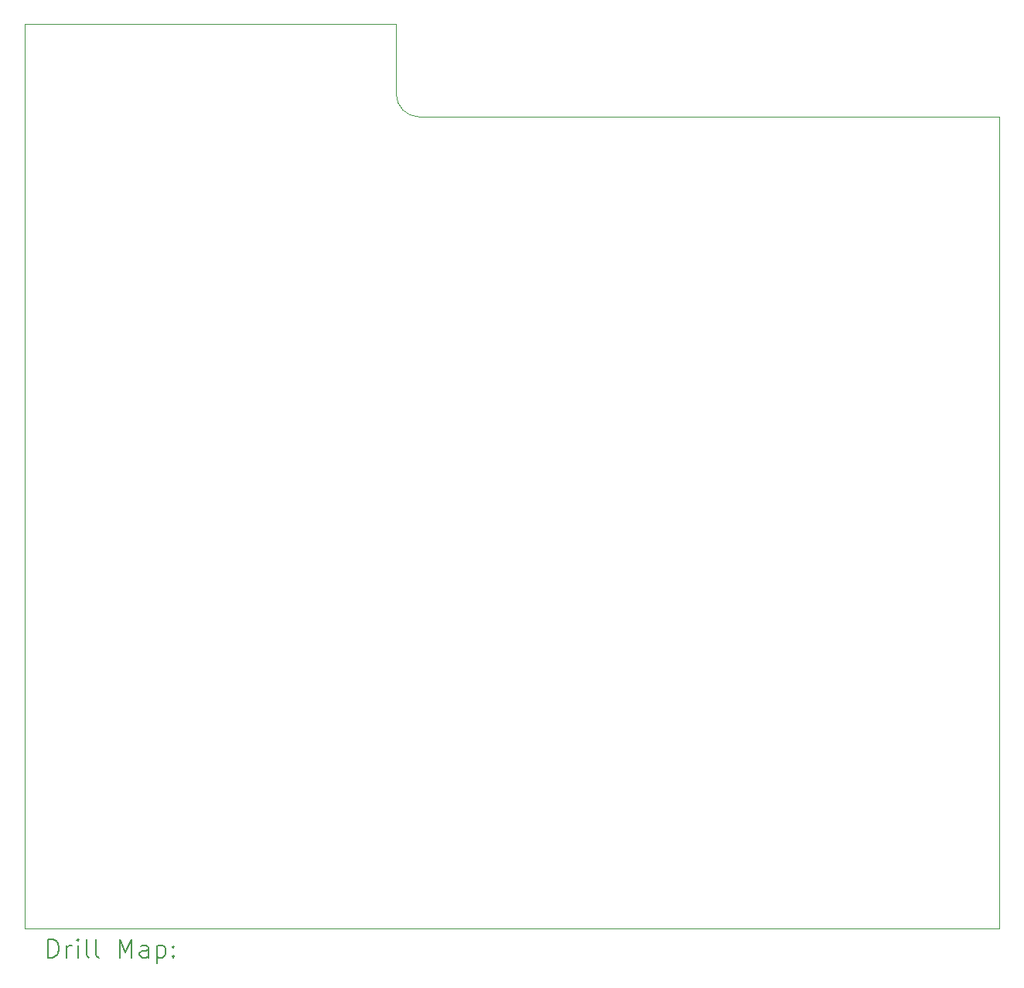
<source format=gbr>
%TF.GenerationSoftware,KiCad,Pcbnew,8.0.4*%
%TF.CreationDate,2024-09-22T21:38:44-05:00*%
%TF.ProjectId,Exp8b,45787038-622e-46b6-9963-61645f706362,rev?*%
%TF.SameCoordinates,Original*%
%TF.FileFunction,Drillmap*%
%TF.FilePolarity,Positive*%
%FSLAX45Y45*%
G04 Gerber Fmt 4.5, Leading zero omitted, Abs format (unit mm)*
G04 Created by KiCad (PCBNEW 8.0.4) date 2024-09-22 21:38:44*
%MOMM*%
%LPD*%
G01*
G04 APERTURE LIST*
%ADD10C,0.100000*%
%ADD11C,0.200000*%
G04 APERTURE END LIST*
D10*
X9398000Y-5080000D02*
G75*
G02*
X9144000Y-4826000I0J254000D01*
G01*
X9144000Y-4064000D02*
X5080000Y-4064000D01*
X9144000Y-4826000D02*
X9144000Y-4064000D01*
X15748000Y-13970000D02*
X5080000Y-13970000D01*
X15748000Y-5080000D02*
X15748000Y-13970000D01*
X5080000Y-13970000D02*
X5080000Y-4064000D01*
X9398000Y-5080000D02*
X15748000Y-5080000D01*
D11*
X5335777Y-14286484D02*
X5335777Y-14086484D01*
X5335777Y-14086484D02*
X5383396Y-14086484D01*
X5383396Y-14086484D02*
X5411967Y-14096008D01*
X5411967Y-14096008D02*
X5431015Y-14115055D01*
X5431015Y-14115055D02*
X5440539Y-14134103D01*
X5440539Y-14134103D02*
X5450063Y-14172198D01*
X5450063Y-14172198D02*
X5450063Y-14200769D01*
X5450063Y-14200769D02*
X5440539Y-14238865D01*
X5440539Y-14238865D02*
X5431015Y-14257912D01*
X5431015Y-14257912D02*
X5411967Y-14276960D01*
X5411967Y-14276960D02*
X5383396Y-14286484D01*
X5383396Y-14286484D02*
X5335777Y-14286484D01*
X5535777Y-14286484D02*
X5535777Y-14153150D01*
X5535777Y-14191246D02*
X5545301Y-14172198D01*
X5545301Y-14172198D02*
X5554824Y-14162674D01*
X5554824Y-14162674D02*
X5573872Y-14153150D01*
X5573872Y-14153150D02*
X5592920Y-14153150D01*
X5659586Y-14286484D02*
X5659586Y-14153150D01*
X5659586Y-14086484D02*
X5650062Y-14096008D01*
X5650062Y-14096008D02*
X5659586Y-14105531D01*
X5659586Y-14105531D02*
X5669110Y-14096008D01*
X5669110Y-14096008D02*
X5659586Y-14086484D01*
X5659586Y-14086484D02*
X5659586Y-14105531D01*
X5783396Y-14286484D02*
X5764348Y-14276960D01*
X5764348Y-14276960D02*
X5754824Y-14257912D01*
X5754824Y-14257912D02*
X5754824Y-14086484D01*
X5888158Y-14286484D02*
X5869110Y-14276960D01*
X5869110Y-14276960D02*
X5859586Y-14257912D01*
X5859586Y-14257912D02*
X5859586Y-14086484D01*
X6116729Y-14286484D02*
X6116729Y-14086484D01*
X6116729Y-14086484D02*
X6183396Y-14229341D01*
X6183396Y-14229341D02*
X6250062Y-14086484D01*
X6250062Y-14086484D02*
X6250062Y-14286484D01*
X6431015Y-14286484D02*
X6431015Y-14181722D01*
X6431015Y-14181722D02*
X6421491Y-14162674D01*
X6421491Y-14162674D02*
X6402443Y-14153150D01*
X6402443Y-14153150D02*
X6364348Y-14153150D01*
X6364348Y-14153150D02*
X6345301Y-14162674D01*
X6431015Y-14276960D02*
X6411967Y-14286484D01*
X6411967Y-14286484D02*
X6364348Y-14286484D01*
X6364348Y-14286484D02*
X6345301Y-14276960D01*
X6345301Y-14276960D02*
X6335777Y-14257912D01*
X6335777Y-14257912D02*
X6335777Y-14238865D01*
X6335777Y-14238865D02*
X6345301Y-14219817D01*
X6345301Y-14219817D02*
X6364348Y-14210293D01*
X6364348Y-14210293D02*
X6411967Y-14210293D01*
X6411967Y-14210293D02*
X6431015Y-14200769D01*
X6526253Y-14153150D02*
X6526253Y-14353150D01*
X6526253Y-14162674D02*
X6545301Y-14153150D01*
X6545301Y-14153150D02*
X6583396Y-14153150D01*
X6583396Y-14153150D02*
X6602443Y-14162674D01*
X6602443Y-14162674D02*
X6611967Y-14172198D01*
X6611967Y-14172198D02*
X6621491Y-14191246D01*
X6621491Y-14191246D02*
X6621491Y-14248388D01*
X6621491Y-14248388D02*
X6611967Y-14267436D01*
X6611967Y-14267436D02*
X6602443Y-14276960D01*
X6602443Y-14276960D02*
X6583396Y-14286484D01*
X6583396Y-14286484D02*
X6545301Y-14286484D01*
X6545301Y-14286484D02*
X6526253Y-14276960D01*
X6707205Y-14267436D02*
X6716729Y-14276960D01*
X6716729Y-14276960D02*
X6707205Y-14286484D01*
X6707205Y-14286484D02*
X6697682Y-14276960D01*
X6697682Y-14276960D02*
X6707205Y-14267436D01*
X6707205Y-14267436D02*
X6707205Y-14286484D01*
X6707205Y-14162674D02*
X6716729Y-14172198D01*
X6716729Y-14172198D02*
X6707205Y-14181722D01*
X6707205Y-14181722D02*
X6697682Y-14172198D01*
X6697682Y-14172198D02*
X6707205Y-14162674D01*
X6707205Y-14162674D02*
X6707205Y-14181722D01*
M02*

</source>
